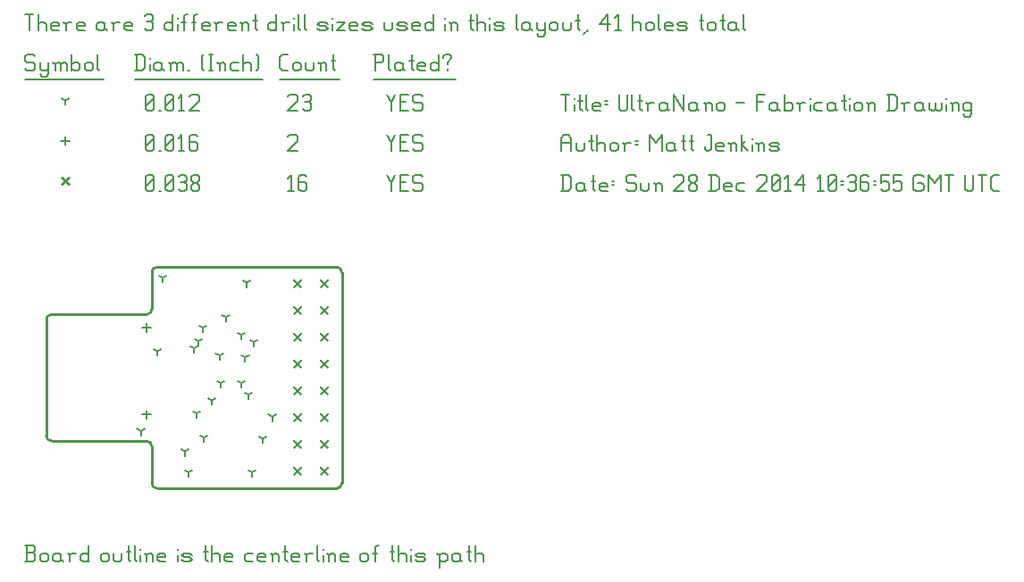
<source format=gbr>
G04 start of page 11 for group -3984 idx -3984 *
G04 Title: UltraNano, fab *
G04 Creator: pcb 1.99z *
G04 CreationDate: Sun 28 Dec 2014 10:36:55 GMT UTC *
G04 For: matt *
G04 Format: Gerber/RS-274X *
G04 PCB-Dimensions (mil): 1377.95 1062.99 *
G04 PCB-Coordinate-Origin: lower left *
%MOIN*%
%FSLAX25Y25*%
%LNFAB*%
%ADD65C,0.0100*%
%ADD64C,0.0075*%
%ADD63C,0.0060*%
%ADD62C,0.0001*%
G54D62*G36*
X100375Y95939D02*X103340Y92973D01*
X102775Y92408D01*
X99809Y95373D01*
X100375Y95939D01*
G37*
G36*
X99809Y92973D02*X102775Y95939D01*
X103340Y95373D01*
X100375Y92408D01*
X99809Y92973D01*
G37*
G36*
X110375Y95939D02*X113340Y92973D01*
X112775Y92408D01*
X109809Y95373D01*
X110375Y95939D01*
G37*
G36*
X109809Y92973D02*X112775Y95939D01*
X113340Y95373D01*
X110375Y92408D01*
X109809Y92973D01*
G37*
G36*
X100375Y85939D02*X103340Y82973D01*
X102775Y82408D01*
X99809Y85373D01*
X100375Y85939D01*
G37*
G36*
X99809Y82973D02*X102775Y85939D01*
X103340Y85373D01*
X100375Y82408D01*
X99809Y82973D01*
G37*
G36*
X110375Y85939D02*X113340Y82973D01*
X112775Y82408D01*
X109809Y85373D01*
X110375Y85939D01*
G37*
G36*
X109809Y82973D02*X112775Y85939D01*
X113340Y85373D01*
X110375Y82408D01*
X109809Y82973D01*
G37*
G36*
X100375Y75939D02*X103340Y72973D01*
X102775Y72408D01*
X99809Y75373D01*
X100375Y75939D01*
G37*
G36*
X99809Y72973D02*X102775Y75939D01*
X103340Y75373D01*
X100375Y72408D01*
X99809Y72973D01*
G37*
G36*
X110375Y75939D02*X113340Y72973D01*
X112775Y72408D01*
X109809Y75373D01*
X110375Y75939D01*
G37*
G36*
X109809Y72973D02*X112775Y75939D01*
X113340Y75373D01*
X110375Y72408D01*
X109809Y72973D01*
G37*
G36*
X100375Y65939D02*X103340Y62973D01*
X102775Y62408D01*
X99809Y65373D01*
X100375Y65939D01*
G37*
G36*
X99809Y62973D02*X102775Y65939D01*
X103340Y65373D01*
X100375Y62408D01*
X99809Y62973D01*
G37*
G36*
X110375Y65939D02*X113340Y62973D01*
X112775Y62408D01*
X109809Y65373D01*
X110375Y65939D01*
G37*
G36*
X109809Y62973D02*X112775Y65939D01*
X113340Y65373D01*
X110375Y62408D01*
X109809Y62973D01*
G37*
G36*
X100375Y55939D02*X103340Y52973D01*
X102775Y52408D01*
X99809Y55373D01*
X100375Y55939D01*
G37*
G36*
X99809Y52973D02*X102775Y55939D01*
X103340Y55373D01*
X100375Y52408D01*
X99809Y52973D01*
G37*
G36*
X110375Y55939D02*X113340Y52973D01*
X112775Y52408D01*
X109809Y55373D01*
X110375Y55939D01*
G37*
G36*
X109809Y52973D02*X112775Y55939D01*
X113340Y55373D01*
X110375Y52408D01*
X109809Y52973D01*
G37*
G36*
X100375Y45939D02*X103340Y42973D01*
X102775Y42408D01*
X99809Y45373D01*
X100375Y45939D01*
G37*
G36*
X99809Y42973D02*X102775Y45939D01*
X103340Y45373D01*
X100375Y42408D01*
X99809Y42973D01*
G37*
G36*
X110375Y45939D02*X113340Y42973D01*
X112775Y42408D01*
X109809Y45373D01*
X110375Y45939D01*
G37*
G36*
X109809Y42973D02*X112775Y45939D01*
X113340Y45373D01*
X110375Y42408D01*
X109809Y42973D01*
G37*
G36*
X100375Y35939D02*X103340Y32973D01*
X102775Y32408D01*
X99809Y35373D01*
X100375Y35939D01*
G37*
G36*
X99809Y32973D02*X102775Y35939D01*
X103340Y35373D01*
X100375Y32408D01*
X99809Y32973D01*
G37*
G36*
X110375Y35939D02*X113340Y32973D01*
X112775Y32408D01*
X109809Y35373D01*
X110375Y35939D01*
G37*
G36*
X109809Y32973D02*X112775Y35939D01*
X113340Y35373D01*
X110375Y32408D01*
X109809Y32973D01*
G37*
G36*
X100375Y25939D02*X103340Y22973D01*
X102775Y22408D01*
X99809Y25373D01*
X100375Y25939D01*
G37*
G36*
X99809Y22973D02*X102775Y25939D01*
X103340Y25373D01*
X100375Y22408D01*
X99809Y22973D01*
G37*
G36*
X110375Y25939D02*X113340Y22973D01*
X112775Y22408D01*
X109809Y25373D01*
X110375Y25939D01*
G37*
G36*
X109809Y22973D02*X112775Y25939D01*
X113340Y25373D01*
X110375Y22408D01*
X109809Y22973D01*
G37*
G36*
X13800Y134315D02*X16766Y131349D01*
X16200Y130784D01*
X13234Y133749D01*
X13800Y134315D01*
G37*
G36*
X13234Y131349D02*X16200Y134315D01*
X16766Y133749D01*
X13800Y130784D01*
X13234Y131349D01*
G37*
G54D63*X135000Y134799D02*X136500Y131799D01*
X138000Y134799D01*
X136500Y131799D02*Y128799D01*
X139800Y132099D02*X142050D01*
X139800Y128799D02*X142800D01*
X139800Y134799D02*Y128799D01*
Y134799D02*X142800D01*
X147600D02*X148350Y134049D01*
X145350Y134799D02*X147600D01*
X144600Y134049D02*X145350Y134799D01*
X144600Y134049D02*Y132549D01*
X145350Y131799D01*
X147600D01*
X148350Y131049D01*
Y129549D01*
X147600Y128799D02*X148350Y129549D01*
X145350Y128799D02*X147600D01*
X144600Y129549D02*X145350Y128799D01*
X98000Y133599D02*X99200Y134799D01*
Y128799D01*
X98000D02*X100250D01*
X104300Y134799D02*X105050Y134049D01*
X102800Y134799D02*X104300D01*
X102050Y134049D02*X102800Y134799D01*
X102050Y134049D02*Y129549D01*
X102800Y128799D01*
X104300Y132099D02*X105050Y131349D01*
X102050Y132099D02*X104300D01*
X102800Y128799D02*X104300D01*
X105050Y129549D01*
Y131349D02*Y129549D01*
X45000D02*X45750Y128799D01*
X45000Y134049D02*Y129549D01*
Y134049D02*X45750Y134799D01*
X47250D01*
X48000Y134049D01*
Y129549D01*
X47250Y128799D02*X48000Y129549D01*
X45750Y128799D02*X47250D01*
X45000Y130299D02*X48000Y133299D01*
X49800Y128799D02*X50550D01*
X52350Y129549D02*X53100Y128799D01*
X52350Y134049D02*Y129549D01*
Y134049D02*X53100Y134799D01*
X54600D01*
X55350Y134049D01*
Y129549D01*
X54600Y128799D02*X55350Y129549D01*
X53100Y128799D02*X54600D01*
X52350Y130299D02*X55350Y133299D01*
X57150Y134049D02*X57900Y134799D01*
X59400D01*
X60150Y134049D01*
X59400Y128799D02*X60150Y129549D01*
X57900Y128799D02*X59400D01*
X57150Y129549D02*X57900Y128799D01*
Y132099D02*X59400D01*
X60150Y134049D02*Y132849D01*
Y131349D02*Y129549D01*
Y131349D02*X59400Y132099D01*
X60150Y132849D02*X59400Y132099D01*
X61950Y129549D02*X62700Y128799D01*
X61950Y130749D02*Y129549D01*
Y130749D02*X63000Y131799D01*
X63900D01*
X64950Y130749D01*
Y129549D01*
X64200Y128799D02*X64950Y129549D01*
X62700Y128799D02*X64200D01*
X61950Y132849D02*X63000Y131799D01*
X61950Y134049D02*Y132849D01*
Y134049D02*X62700Y134799D01*
X64200D01*
X64950Y134049D01*
Y132849D01*
X63900Y131799D02*X64950Y132849D01*
X45275Y46876D02*Y43676D01*
X43675Y45276D02*X46875D01*
X45276Y79356D02*Y76156D01*
X43676Y77756D02*X46876D01*
X15000Y149149D02*Y145949D01*
X13400Y147549D02*X16600D01*
X135000Y149799D02*X136500Y146799D01*
X138000Y149799D01*
X136500Y146799D02*Y143799D01*
X139800Y147099D02*X142050D01*
X139800Y143799D02*X142800D01*
X139800Y149799D02*Y143799D01*
Y149799D02*X142800D01*
X147600D02*X148350Y149049D01*
X145350Y149799D02*X147600D01*
X144600Y149049D02*X145350Y149799D01*
X144600Y149049D02*Y147549D01*
X145350Y146799D01*
X147600D01*
X148350Y146049D01*
Y144549D01*
X147600Y143799D02*X148350Y144549D01*
X145350Y143799D02*X147600D01*
X144600Y144549D02*X145350Y143799D01*
X98000Y149049D02*X98750Y149799D01*
X101000D01*
X101750Y149049D01*
Y147549D01*
X98000Y143799D02*X101750Y147549D01*
X98000Y143799D02*X101750D01*
X45000Y144549D02*X45750Y143799D01*
X45000Y149049D02*Y144549D01*
Y149049D02*X45750Y149799D01*
X47250D01*
X48000Y149049D01*
Y144549D01*
X47250Y143799D02*X48000Y144549D01*
X45750Y143799D02*X47250D01*
X45000Y145299D02*X48000Y148299D01*
X49800Y143799D02*X50550D01*
X52350Y144549D02*X53100Y143799D01*
X52350Y149049D02*Y144549D01*
Y149049D02*X53100Y149799D01*
X54600D01*
X55350Y149049D01*
Y144549D01*
X54600Y143799D02*X55350Y144549D01*
X53100Y143799D02*X54600D01*
X52350Y145299D02*X55350Y148299D01*
X57150Y148599D02*X58350Y149799D01*
Y143799D01*
X57150D02*X59400D01*
X63450Y149799D02*X64200Y149049D01*
X61950Y149799D02*X63450D01*
X61200Y149049D02*X61950Y149799D01*
X61200Y149049D02*Y144549D01*
X61950Y143799D01*
X63450Y147099D02*X64200Y146349D01*
X61200Y147099D02*X63450D01*
X61950Y143799D02*X63450D01*
X64200Y144549D01*
Y146349D02*Y144549D01*
X66339Y77756D02*Y76156D01*
Y77756D02*X67725Y78556D01*
X66339Y77756D02*X64952Y78556D01*
X74803Y81693D02*Y80093D01*
Y81693D02*X76190Y82493D01*
X74803Y81693D02*X73416Y82493D01*
X63976Y45669D02*Y44069D01*
Y45669D02*X65363Y46469D01*
X63976Y45669D02*X62590Y46469D01*
X69685Y50591D02*Y48991D01*
Y50591D02*X71072Y51391D01*
X69685Y50591D02*X68298Y51391D01*
X62992Y70079D02*Y68479D01*
Y70079D02*X64379Y70879D01*
X62992Y70079D02*X61605Y70879D01*
X64567Y72638D02*Y71038D01*
Y72638D02*X65954Y73438D01*
X64567Y72638D02*X63180Y73438D01*
X59646Y31496D02*Y29896D01*
Y31496D02*X61032Y32296D01*
X59646Y31496D02*X58259Y32296D01*
X82087Y66732D02*Y65132D01*
Y66732D02*X83473Y67532D01*
X82087Y66732D02*X80700Y67532D01*
X85236Y72441D02*Y70841D01*
Y72441D02*X86623Y73241D01*
X85236Y72441D02*X83850Y73241D01*
X61024Y23622D02*Y22022D01*
Y23622D02*X62410Y24422D01*
X61024Y23622D02*X59637Y24422D01*
X84646Y23622D02*Y22022D01*
Y23622D02*X86032Y24422D01*
X84646Y23622D02*X83259Y24422D01*
X92126Y44488D02*Y42888D01*
Y44488D02*X93513Y45288D01*
X92126Y44488D02*X90739Y45288D01*
X80709Y57087D02*Y55487D01*
Y57087D02*X82095Y57887D01*
X80709Y57087D02*X79322Y57887D01*
X49213Y68898D02*Y67298D01*
Y68898D02*X50599Y69698D01*
X49213Y68898D02*X47826Y69698D01*
X51181Y96457D02*Y94857D01*
Y96457D02*X52568Y97257D01*
X51181Y96457D02*X49794Y97257D01*
X82677Y94488D02*Y92888D01*
Y94488D02*X84064Y95288D01*
X82677Y94488D02*X81290Y95288D01*
X88583Y36220D02*Y34620D01*
Y36220D02*X89969Y37020D01*
X88583Y36220D02*X87196Y37020D01*
X66535Y36614D02*Y35014D01*
Y36614D02*X67922Y37414D01*
X66535Y36614D02*X65149Y37414D01*
X43110Y39173D02*Y37573D01*
Y39173D02*X44497Y39973D01*
X43110Y39173D02*X41724Y39973D01*
X72835Y57087D02*Y55487D01*
Y57087D02*X74221Y57887D01*
X72835Y57087D02*X71448Y57887D01*
X80512Y75000D02*Y73400D01*
Y75000D02*X81898Y75800D01*
X80512Y75000D02*X79125Y75800D01*
X83268Y52756D02*Y51156D01*
Y52756D02*X84654Y53556D01*
X83268Y52756D02*X81881Y53556D01*
X72441Y67323D02*Y65723D01*
Y67323D02*X73828Y68123D01*
X72441Y67323D02*X71054Y68123D01*
X15000Y162549D02*Y160949D01*
Y162549D02*X16387Y163349D01*
X15000Y162549D02*X13613Y163349D01*
X135000Y164799D02*X136500Y161799D01*
X138000Y164799D01*
X136500Y161799D02*Y158799D01*
X139800Y162099D02*X142050D01*
X139800Y158799D02*X142800D01*
X139800Y164799D02*Y158799D01*
Y164799D02*X142800D01*
X147600D02*X148350Y164049D01*
X145350Y164799D02*X147600D01*
X144600Y164049D02*X145350Y164799D01*
X144600Y164049D02*Y162549D01*
X145350Y161799D01*
X147600D01*
X148350Y161049D01*
Y159549D01*
X147600Y158799D02*X148350Y159549D01*
X145350Y158799D02*X147600D01*
X144600Y159549D02*X145350Y158799D01*
X98000Y164049D02*X98750Y164799D01*
X101000D01*
X101750Y164049D01*
Y162549D01*
X98000Y158799D02*X101750Y162549D01*
X98000Y158799D02*X101750D01*
X103550Y164049D02*X104300Y164799D01*
X105800D01*
X106550Y164049D01*
X105800Y158799D02*X106550Y159549D01*
X104300Y158799D02*X105800D01*
X103550Y159549D02*X104300Y158799D01*
Y162099D02*X105800D01*
X106550Y164049D02*Y162849D01*
Y161349D02*Y159549D01*
Y161349D02*X105800Y162099D01*
X106550Y162849D02*X105800Y162099D01*
X45000Y159549D02*X45750Y158799D01*
X45000Y164049D02*Y159549D01*
Y164049D02*X45750Y164799D01*
X47250D01*
X48000Y164049D01*
Y159549D01*
X47250Y158799D02*X48000Y159549D01*
X45750Y158799D02*X47250D01*
X45000Y160299D02*X48000Y163299D01*
X49800Y158799D02*X50550D01*
X52350Y159549D02*X53100Y158799D01*
X52350Y164049D02*Y159549D01*
Y164049D02*X53100Y164799D01*
X54600D01*
X55350Y164049D01*
Y159549D01*
X54600Y158799D02*X55350Y159549D01*
X53100Y158799D02*X54600D01*
X52350Y160299D02*X55350Y163299D01*
X57150Y163599D02*X58350Y164799D01*
Y158799D01*
X57150D02*X59400D01*
X61200Y164049D02*X61950Y164799D01*
X64200D01*
X64950Y164049D01*
Y162549D01*
X61200Y158799D02*X64950Y162549D01*
X61200Y158799D02*X64950D01*
X3000Y179799D02*X3750Y179049D01*
X750Y179799D02*X3000D01*
X0Y179049D02*X750Y179799D01*
X0Y179049D02*Y177549D01*
X750Y176799D01*
X3000D01*
X3750Y176049D01*
Y174549D01*
X3000Y173799D02*X3750Y174549D01*
X750Y173799D02*X3000D01*
X0Y174549D02*X750Y173799D01*
X5550Y176799D02*Y174549D01*
X6300Y173799D01*
X8550Y176799D02*Y172299D01*
X7800Y171549D02*X8550Y172299D01*
X6300Y171549D02*X7800D01*
X5550Y172299D02*X6300Y171549D01*
Y173799D02*X7800D01*
X8550Y174549D01*
X11100Y176049D02*Y173799D01*
Y176049D02*X11850Y176799D01*
X12600D01*
X13350Y176049D01*
Y173799D01*
Y176049D02*X14100Y176799D01*
X14850D01*
X15600Y176049D01*
Y173799D01*
X10350Y176799D02*X11100Y176049D01*
X17400Y179799D02*Y173799D01*
Y174549D02*X18150Y173799D01*
X19650D01*
X20400Y174549D01*
Y176049D02*Y174549D01*
X19650Y176799D02*X20400Y176049D01*
X18150Y176799D02*X19650D01*
X17400Y176049D02*X18150Y176799D01*
X22200Y176049D02*Y174549D01*
Y176049D02*X22950Y176799D01*
X24450D01*
X25200Y176049D01*
Y174549D01*
X24450Y173799D02*X25200Y174549D01*
X22950Y173799D02*X24450D01*
X22200Y174549D02*X22950Y173799D01*
X27000Y179799D02*Y174549D01*
X27750Y173799D01*
X0Y170549D02*X29250D01*
X41750Y179799D02*Y173799D01*
X43700Y179799D02*X44750Y178749D01*
Y174849D01*
X43700Y173799D02*X44750Y174849D01*
X41000Y173799D02*X43700D01*
X41000Y179799D02*X43700D01*
G54D64*X46550Y178299D02*Y178149D01*
G54D63*Y176049D02*Y173799D01*
X50300Y176799D02*X51050Y176049D01*
X48800Y176799D02*X50300D01*
X48050Y176049D02*X48800Y176799D01*
X48050Y176049D02*Y174549D01*
X48800Y173799D01*
X51050Y176799D02*Y174549D01*
X51800Y173799D01*
X48800D02*X50300D01*
X51050Y174549D01*
X54350Y176049D02*Y173799D01*
Y176049D02*X55100Y176799D01*
X55850D01*
X56600Y176049D01*
Y173799D01*
Y176049D02*X57350Y176799D01*
X58100D01*
X58850Y176049D01*
Y173799D01*
X53600Y176799D02*X54350Y176049D01*
X60650Y173799D02*X61400D01*
X65900Y174549D02*X66650Y173799D01*
X65900Y179049D02*X66650Y179799D01*
X65900Y179049D02*Y174549D01*
X68450Y179799D02*X69950D01*
X69200D02*Y173799D01*
X68450D02*X69950D01*
X72500Y176049D02*Y173799D01*
Y176049D02*X73250Y176799D01*
X74000D01*
X74750Y176049D01*
Y173799D01*
X71750Y176799D02*X72500Y176049D01*
X77300Y176799D02*X79550D01*
X76550Y176049D02*X77300Y176799D01*
X76550Y176049D02*Y174549D01*
X77300Y173799D01*
X79550D01*
X81350Y179799D02*Y173799D01*
Y176049D02*X82100Y176799D01*
X83600D01*
X84350Y176049D01*
Y173799D01*
X86150Y179799D02*X86900Y179049D01*
Y174549D01*
X86150Y173799D02*X86900Y174549D01*
X41000Y170549D02*X88700D01*
X96050Y173799D02*X98000D01*
X95000Y174849D02*X96050Y173799D01*
X95000Y178749D02*Y174849D01*
Y178749D02*X96050Y179799D01*
X98000D01*
X99800Y176049D02*Y174549D01*
Y176049D02*X100550Y176799D01*
X102050D01*
X102800Y176049D01*
Y174549D01*
X102050Y173799D02*X102800Y174549D01*
X100550Y173799D02*X102050D01*
X99800Y174549D02*X100550Y173799D01*
X104600Y176799D02*Y174549D01*
X105350Y173799D01*
X106850D01*
X107600Y174549D01*
Y176799D02*Y174549D01*
X110150Y176049D02*Y173799D01*
Y176049D02*X110900Y176799D01*
X111650D01*
X112400Y176049D01*
Y173799D01*
X109400Y176799D02*X110150Y176049D01*
X114950Y179799D02*Y174549D01*
X115700Y173799D01*
X114200Y177549D02*X115700D01*
X95000Y170549D02*X117200D01*
X130750Y179799D02*Y173799D01*
X130000Y179799D02*X133000D01*
X133750Y179049D01*
Y177549D01*
X133000Y176799D02*X133750Y177549D01*
X130750Y176799D02*X133000D01*
X135550Y179799D02*Y174549D01*
X136300Y173799D01*
X140050Y176799D02*X140800Y176049D01*
X138550Y176799D02*X140050D01*
X137800Y176049D02*X138550Y176799D01*
X137800Y176049D02*Y174549D01*
X138550Y173799D01*
X140800Y176799D02*Y174549D01*
X141550Y173799D01*
X138550D02*X140050D01*
X140800Y174549D01*
X144100Y179799D02*Y174549D01*
X144850Y173799D01*
X143350Y177549D02*X144850D01*
X147100Y173799D02*X149350D01*
X146350Y174549D02*X147100Y173799D01*
X146350Y176049D02*Y174549D01*
Y176049D02*X147100Y176799D01*
X148600D01*
X149350Y176049D01*
X146350Y175299D02*X149350D01*
Y176049D02*Y175299D01*
X154150Y179799D02*Y173799D01*
X153400D02*X154150Y174549D01*
X151900Y173799D02*X153400D01*
X151150Y174549D02*X151900Y173799D01*
X151150Y176049D02*Y174549D01*
Y176049D02*X151900Y176799D01*
X153400D01*
X154150Y176049D01*
X157450Y176799D02*Y176049D01*
Y174549D02*Y173799D01*
X155950Y179049D02*Y178299D01*
Y179049D02*X156700Y179799D01*
X158200D01*
X158950Y179049D01*
Y178299D01*
X157450Y176799D02*X158950Y178299D01*
X130000Y170549D02*X160750D01*
X0Y194799D02*X3000D01*
X1500D02*Y188799D01*
X4800Y194799D02*Y188799D01*
Y191049D02*X5550Y191799D01*
X7050D01*
X7800Y191049D01*
Y188799D01*
X10350D02*X12600D01*
X9600Y189549D02*X10350Y188799D01*
X9600Y191049D02*Y189549D01*
Y191049D02*X10350Y191799D01*
X11850D01*
X12600Y191049D01*
X9600Y190299D02*X12600D01*
Y191049D02*Y190299D01*
X15150Y191049D02*Y188799D01*
Y191049D02*X15900Y191799D01*
X17400D01*
X14400D02*X15150Y191049D01*
X19950Y188799D02*X22200D01*
X19200Y189549D02*X19950Y188799D01*
X19200Y191049D02*Y189549D01*
Y191049D02*X19950Y191799D01*
X21450D01*
X22200Y191049D01*
X19200Y190299D02*X22200D01*
Y191049D02*Y190299D01*
X28950Y191799D02*X29700Y191049D01*
X27450Y191799D02*X28950D01*
X26700Y191049D02*X27450Y191799D01*
X26700Y191049D02*Y189549D01*
X27450Y188799D01*
X29700Y191799D02*Y189549D01*
X30450Y188799D01*
X27450D02*X28950D01*
X29700Y189549D01*
X33000Y191049D02*Y188799D01*
Y191049D02*X33750Y191799D01*
X35250D01*
X32250D02*X33000Y191049D01*
X37800Y188799D02*X40050D01*
X37050Y189549D02*X37800Y188799D01*
X37050Y191049D02*Y189549D01*
Y191049D02*X37800Y191799D01*
X39300D01*
X40050Y191049D01*
X37050Y190299D02*X40050D01*
Y191049D02*Y190299D01*
X44550Y194049D02*X45300Y194799D01*
X46800D01*
X47550Y194049D01*
X46800Y188799D02*X47550Y189549D01*
X45300Y188799D02*X46800D01*
X44550Y189549D02*X45300Y188799D01*
Y192099D02*X46800D01*
X47550Y194049D02*Y192849D01*
Y191349D02*Y189549D01*
Y191349D02*X46800Y192099D01*
X47550Y192849D02*X46800Y192099D01*
X55050Y194799D02*Y188799D01*
X54300D02*X55050Y189549D01*
X52800Y188799D02*X54300D01*
X52050Y189549D02*X52800Y188799D01*
X52050Y191049D02*Y189549D01*
Y191049D02*X52800Y191799D01*
X54300D01*
X55050Y191049D01*
G54D64*X56850Y193299D02*Y193149D01*
G54D63*Y191049D02*Y188799D01*
X59100Y194049D02*Y188799D01*
Y194049D02*X59850Y194799D01*
X60600D01*
X58350Y191799D02*X59850D01*
X62850Y194049D02*Y188799D01*
Y194049D02*X63600Y194799D01*
X64350D01*
X62100Y191799D02*X63600D01*
X66600Y188799D02*X68850D01*
X65850Y189549D02*X66600Y188799D01*
X65850Y191049D02*Y189549D01*
Y191049D02*X66600Y191799D01*
X68100D01*
X68850Y191049D01*
X65850Y190299D02*X68850D01*
Y191049D02*Y190299D01*
X71400Y191049D02*Y188799D01*
Y191049D02*X72150Y191799D01*
X73650D01*
X70650D02*X71400Y191049D01*
X76200Y188799D02*X78450D01*
X75450Y189549D02*X76200Y188799D01*
X75450Y191049D02*Y189549D01*
Y191049D02*X76200Y191799D01*
X77700D01*
X78450Y191049D01*
X75450Y190299D02*X78450D01*
Y191049D02*Y190299D01*
X81000Y191049D02*Y188799D01*
Y191049D02*X81750Y191799D01*
X82500D01*
X83250Y191049D01*
Y188799D01*
X80250Y191799D02*X81000Y191049D01*
X85800Y194799D02*Y189549D01*
X86550Y188799D01*
X85050Y192549D02*X86550D01*
X93750Y194799D02*Y188799D01*
X93000D02*X93750Y189549D01*
X91500Y188799D02*X93000D01*
X90750Y189549D02*X91500Y188799D01*
X90750Y191049D02*Y189549D01*
Y191049D02*X91500Y191799D01*
X93000D01*
X93750Y191049D01*
X96300D02*Y188799D01*
Y191049D02*X97050Y191799D01*
X98550D01*
X95550D02*X96300Y191049D01*
G54D64*X100350Y193299D02*Y193149D01*
G54D63*Y191049D02*Y188799D01*
X101850Y194799D02*Y189549D01*
X102600Y188799D01*
X104100Y194799D02*Y189549D01*
X104850Y188799D01*
X109800D02*X112050D01*
X112800Y189549D01*
X112050Y190299D02*X112800Y189549D01*
X109800Y190299D02*X112050D01*
X109050Y191049D02*X109800Y190299D01*
X109050Y191049D02*X109800Y191799D01*
X112050D01*
X112800Y191049D01*
X109050Y189549D02*X109800Y188799D01*
G54D64*X114600Y193299D02*Y193149D01*
G54D63*Y191049D02*Y188799D01*
X116100Y191799D02*X119100D01*
X116100Y188799D02*X119100Y191799D01*
X116100Y188799D02*X119100D01*
X121650D02*X123900D01*
X120900Y189549D02*X121650Y188799D01*
X120900Y191049D02*Y189549D01*
Y191049D02*X121650Y191799D01*
X123150D01*
X123900Y191049D01*
X120900Y190299D02*X123900D01*
Y191049D02*Y190299D01*
X126450Y188799D02*X128700D01*
X129450Y189549D01*
X128700Y190299D02*X129450Y189549D01*
X126450Y190299D02*X128700D01*
X125700Y191049D02*X126450Y190299D01*
X125700Y191049D02*X126450Y191799D01*
X128700D01*
X129450Y191049D01*
X125700Y189549D02*X126450Y188799D01*
X133950Y191799D02*Y189549D01*
X134700Y188799D01*
X136200D01*
X136950Y189549D01*
Y191799D02*Y189549D01*
X139500Y188799D02*X141750D01*
X142500Y189549D01*
X141750Y190299D02*X142500Y189549D01*
X139500Y190299D02*X141750D01*
X138750Y191049D02*X139500Y190299D01*
X138750Y191049D02*X139500Y191799D01*
X141750D01*
X142500Y191049D01*
X138750Y189549D02*X139500Y188799D01*
X145050D02*X147300D01*
X144300Y189549D02*X145050Y188799D01*
X144300Y191049D02*Y189549D01*
Y191049D02*X145050Y191799D01*
X146550D01*
X147300Y191049D01*
X144300Y190299D02*X147300D01*
Y191049D02*Y190299D01*
X152100Y194799D02*Y188799D01*
X151350D02*X152100Y189549D01*
X149850Y188799D02*X151350D01*
X149100Y189549D02*X149850Y188799D01*
X149100Y191049D02*Y189549D01*
Y191049D02*X149850Y191799D01*
X151350D01*
X152100Y191049D01*
G54D64*X156600Y193299D02*Y193149D01*
G54D63*Y191049D02*Y188799D01*
X158850Y191049D02*Y188799D01*
Y191049D02*X159600Y191799D01*
X160350D01*
X161100Y191049D01*
Y188799D01*
X158100Y191799D02*X158850Y191049D01*
X166350Y194799D02*Y189549D01*
X167100Y188799D01*
X165600Y192549D02*X167100D01*
X168600Y194799D02*Y188799D01*
Y191049D02*X169350Y191799D01*
X170850D01*
X171600Y191049D01*
Y188799D01*
G54D64*X173400Y193299D02*Y193149D01*
G54D63*Y191049D02*Y188799D01*
X175650D02*X177900D01*
X178650Y189549D01*
X177900Y190299D02*X178650Y189549D01*
X175650Y190299D02*X177900D01*
X174900Y191049D02*X175650Y190299D01*
X174900Y191049D02*X175650Y191799D01*
X177900D01*
X178650Y191049D01*
X174900Y189549D02*X175650Y188799D01*
X183150Y194799D02*Y189549D01*
X183900Y188799D01*
X187650Y191799D02*X188400Y191049D01*
X186150Y191799D02*X187650D01*
X185400Y191049D02*X186150Y191799D01*
X185400Y191049D02*Y189549D01*
X186150Y188799D01*
X188400Y191799D02*Y189549D01*
X189150Y188799D01*
X186150D02*X187650D01*
X188400Y189549D01*
X190950Y191799D02*Y189549D01*
X191700Y188799D01*
X193950Y191799D02*Y187299D01*
X193200Y186549D02*X193950Y187299D01*
X191700Y186549D02*X193200D01*
X190950Y187299D02*X191700Y186549D01*
Y188799D02*X193200D01*
X193950Y189549D01*
X195750Y191049D02*Y189549D01*
Y191049D02*X196500Y191799D01*
X198000D01*
X198750Y191049D01*
Y189549D01*
X198000Y188799D02*X198750Y189549D01*
X196500Y188799D02*X198000D01*
X195750Y189549D02*X196500Y188799D01*
X200550Y191799D02*Y189549D01*
X201300Y188799D01*
X202800D01*
X203550Y189549D01*
Y191799D02*Y189549D01*
X206100Y194799D02*Y189549D01*
X206850Y188799D01*
X205350Y192549D02*X206850D01*
X208350Y187299D02*X209850Y188799D01*
X214350Y191049D02*X217350Y194799D01*
X214350Y191049D02*X218100D01*
X217350Y194799D02*Y188799D01*
X219900Y193599D02*X221100Y194799D01*
Y188799D01*
X219900D02*X222150D01*
X226650Y194799D02*Y188799D01*
Y191049D02*X227400Y191799D01*
X228900D01*
X229650Y191049D01*
Y188799D01*
X231450Y191049D02*Y189549D01*
Y191049D02*X232200Y191799D01*
X233700D01*
X234450Y191049D01*
Y189549D01*
X233700Y188799D02*X234450Y189549D01*
X232200Y188799D02*X233700D01*
X231450Y189549D02*X232200Y188799D01*
X236250Y194799D02*Y189549D01*
X237000Y188799D01*
X239250D02*X241500D01*
X238500Y189549D02*X239250Y188799D01*
X238500Y191049D02*Y189549D01*
Y191049D02*X239250Y191799D01*
X240750D01*
X241500Y191049D01*
X238500Y190299D02*X241500D01*
Y191049D02*Y190299D01*
X244050Y188799D02*X246300D01*
X247050Y189549D01*
X246300Y190299D02*X247050Y189549D01*
X244050Y190299D02*X246300D01*
X243300Y191049D02*X244050Y190299D01*
X243300Y191049D02*X244050Y191799D01*
X246300D01*
X247050Y191049D01*
X243300Y189549D02*X244050Y188799D01*
X252300Y194799D02*Y189549D01*
X253050Y188799D01*
X251550Y192549D02*X253050D01*
X254550Y191049D02*Y189549D01*
Y191049D02*X255300Y191799D01*
X256800D01*
X257550Y191049D01*
Y189549D01*
X256800Y188799D02*X257550Y189549D01*
X255300Y188799D02*X256800D01*
X254550Y189549D02*X255300Y188799D01*
X260100Y194799D02*Y189549D01*
X260850Y188799D01*
X259350Y192549D02*X260850D01*
X264600Y191799D02*X265350Y191049D01*
X263100Y191799D02*X264600D01*
X262350Y191049D02*X263100Y191799D01*
X262350Y191049D02*Y189549D01*
X263100Y188799D01*
X265350Y191799D02*Y189549D01*
X266100Y188799D01*
X263100D02*X264600D01*
X265350Y189549D01*
X267900Y194799D02*Y189549D01*
X268650Y188799D01*
G54D65*X9843Y82677D02*X45276D01*
X49213Y100394D02*X116142D01*
X49213Y17717D02*X116142D01*
X7874Y80709D02*Y37402D01*
X9843Y35433D02*X45276D01*
X47244Y33465D02*Y19685D01*
Y98425D02*Y84646D01*
X118110Y98425D02*Y19685D01*
X45276Y82677D02*G75*G03X47244Y84646I0J1969D01*G01*
X45276Y35433D02*G75*G02X47244Y33465I0J-1969D01*G01*
X9843Y35433D02*G75*G02X7874Y37402I0J1969D01*G01*
X9843Y82677D02*G75*G03X7874Y80709I0J-1969D01*G01*
X47244Y98425D02*G75*G02X49213Y100394I1969J0D01*G01*
X47244Y19685D02*G75*G03X49213Y17717I1969J0D01*G01*
X116142Y100394D02*G75*G02X118110Y98425I0J-1969D01*G01*
X116142Y17717D02*G75*G03X118110Y19685I0J1969D01*G01*
G54D63*X0Y-9500D02*X3000D01*
X3750Y-8750D01*
Y-6950D02*Y-8750D01*
X3000Y-6200D02*X3750Y-6950D01*
X750Y-6200D02*X3000D01*
X750Y-3500D02*Y-9500D01*
X0Y-3500D02*X3000D01*
X3750Y-4250D01*
Y-5450D01*
X3000Y-6200D02*X3750Y-5450D01*
X5550Y-7250D02*Y-8750D01*
Y-7250D02*X6300Y-6500D01*
X7800D01*
X8550Y-7250D01*
Y-8750D01*
X7800Y-9500D02*X8550Y-8750D01*
X6300Y-9500D02*X7800D01*
X5550Y-8750D02*X6300Y-9500D01*
X12600Y-6500D02*X13350Y-7250D01*
X11100Y-6500D02*X12600D01*
X10350Y-7250D02*X11100Y-6500D01*
X10350Y-7250D02*Y-8750D01*
X11100Y-9500D01*
X13350Y-6500D02*Y-8750D01*
X14100Y-9500D01*
X11100D02*X12600D01*
X13350Y-8750D01*
X16650Y-7250D02*Y-9500D01*
Y-7250D02*X17400Y-6500D01*
X18900D01*
X15900D02*X16650Y-7250D01*
X23700Y-3500D02*Y-9500D01*
X22950D02*X23700Y-8750D01*
X21450Y-9500D02*X22950D01*
X20700Y-8750D02*X21450Y-9500D01*
X20700Y-7250D02*Y-8750D01*
Y-7250D02*X21450Y-6500D01*
X22950D01*
X23700Y-7250D01*
X28200D02*Y-8750D01*
Y-7250D02*X28950Y-6500D01*
X30450D01*
X31200Y-7250D01*
Y-8750D01*
X30450Y-9500D02*X31200Y-8750D01*
X28950Y-9500D02*X30450D01*
X28200Y-8750D02*X28950Y-9500D01*
X33000Y-6500D02*Y-8750D01*
X33750Y-9500D01*
X35250D01*
X36000Y-8750D01*
Y-6500D02*Y-8750D01*
X38550Y-3500D02*Y-8750D01*
X39300Y-9500D01*
X37800Y-5750D02*X39300D01*
X40800Y-3500D02*Y-8750D01*
X41550Y-9500D01*
G54D64*X43050Y-5000D02*Y-5150D01*
G54D63*Y-7250D02*Y-9500D01*
X45300Y-7250D02*Y-9500D01*
Y-7250D02*X46050Y-6500D01*
X46800D01*
X47550Y-7250D01*
Y-9500D01*
X44550Y-6500D02*X45300Y-7250D01*
X50100Y-9500D02*X52350D01*
X49350Y-8750D02*X50100Y-9500D01*
X49350Y-7250D02*Y-8750D01*
Y-7250D02*X50100Y-6500D01*
X51600D01*
X52350Y-7250D01*
X49350Y-8000D02*X52350D01*
Y-7250D02*Y-8000D01*
G54D64*X56850Y-5000D02*Y-5150D01*
G54D63*Y-7250D02*Y-9500D01*
X59100D02*X61350D01*
X62100Y-8750D01*
X61350Y-8000D02*X62100Y-8750D01*
X59100Y-8000D02*X61350D01*
X58350Y-7250D02*X59100Y-8000D01*
X58350Y-7250D02*X59100Y-6500D01*
X61350D01*
X62100Y-7250D01*
X58350Y-8750D02*X59100Y-9500D01*
X67350Y-3500D02*Y-8750D01*
X68100Y-9500D01*
X66600Y-5750D02*X68100D01*
X69600Y-3500D02*Y-9500D01*
Y-7250D02*X70350Y-6500D01*
X71850D01*
X72600Y-7250D01*
Y-9500D01*
X75150D02*X77400D01*
X74400Y-8750D02*X75150Y-9500D01*
X74400Y-7250D02*Y-8750D01*
Y-7250D02*X75150Y-6500D01*
X76650D01*
X77400Y-7250D01*
X74400Y-8000D02*X77400D01*
Y-7250D02*Y-8000D01*
X82650Y-6500D02*X84900D01*
X81900Y-7250D02*X82650Y-6500D01*
X81900Y-7250D02*Y-8750D01*
X82650Y-9500D01*
X84900D01*
X87450D02*X89700D01*
X86700Y-8750D02*X87450Y-9500D01*
X86700Y-7250D02*Y-8750D01*
Y-7250D02*X87450Y-6500D01*
X88950D01*
X89700Y-7250D01*
X86700Y-8000D02*X89700D01*
Y-7250D02*Y-8000D01*
X92250Y-7250D02*Y-9500D01*
Y-7250D02*X93000Y-6500D01*
X93750D01*
X94500Y-7250D01*
Y-9500D01*
X91500Y-6500D02*X92250Y-7250D01*
X97050Y-3500D02*Y-8750D01*
X97800Y-9500D01*
X96300Y-5750D02*X97800D01*
X100050Y-9500D02*X102300D01*
X99300Y-8750D02*X100050Y-9500D01*
X99300Y-7250D02*Y-8750D01*
Y-7250D02*X100050Y-6500D01*
X101550D01*
X102300Y-7250D01*
X99300Y-8000D02*X102300D01*
Y-7250D02*Y-8000D01*
X104850Y-7250D02*Y-9500D01*
Y-7250D02*X105600Y-6500D01*
X107100D01*
X104100D02*X104850Y-7250D01*
X108900Y-3500D02*Y-8750D01*
X109650Y-9500D01*
G54D64*X111150Y-5000D02*Y-5150D01*
G54D63*Y-7250D02*Y-9500D01*
X113400Y-7250D02*Y-9500D01*
Y-7250D02*X114150Y-6500D01*
X114900D01*
X115650Y-7250D01*
Y-9500D01*
X112650Y-6500D02*X113400Y-7250D01*
X118200Y-9500D02*X120450D01*
X117450Y-8750D02*X118200Y-9500D01*
X117450Y-7250D02*Y-8750D01*
Y-7250D02*X118200Y-6500D01*
X119700D01*
X120450Y-7250D01*
X117450Y-8000D02*X120450D01*
Y-7250D02*Y-8000D01*
X124950Y-7250D02*Y-8750D01*
Y-7250D02*X125700Y-6500D01*
X127200D01*
X127950Y-7250D01*
Y-8750D01*
X127200Y-9500D02*X127950Y-8750D01*
X125700Y-9500D02*X127200D01*
X124950Y-8750D02*X125700Y-9500D01*
X130500Y-4250D02*Y-9500D01*
Y-4250D02*X131250Y-3500D01*
X132000D01*
X129750Y-6500D02*X131250D01*
X136950Y-3500D02*Y-8750D01*
X137700Y-9500D01*
X136200Y-5750D02*X137700D01*
X139200Y-3500D02*Y-9500D01*
Y-7250D02*X139950Y-6500D01*
X141450D01*
X142200Y-7250D01*
Y-9500D01*
G54D64*X144000Y-5000D02*Y-5150D01*
G54D63*Y-7250D02*Y-9500D01*
X146250D02*X148500D01*
X149250Y-8750D01*
X148500Y-8000D02*X149250Y-8750D01*
X146250Y-8000D02*X148500D01*
X145500Y-7250D02*X146250Y-8000D01*
X145500Y-7250D02*X146250Y-6500D01*
X148500D01*
X149250Y-7250D01*
X145500Y-8750D02*X146250Y-9500D01*
X154500Y-7250D02*Y-11750D01*
X153750Y-6500D02*X154500Y-7250D01*
X155250Y-6500D01*
X156750D01*
X157500Y-7250D01*
Y-8750D01*
X156750Y-9500D02*X157500Y-8750D01*
X155250Y-9500D02*X156750D01*
X154500Y-8750D02*X155250Y-9500D01*
X161550Y-6500D02*X162300Y-7250D01*
X160050Y-6500D02*X161550D01*
X159300Y-7250D02*X160050Y-6500D01*
X159300Y-7250D02*Y-8750D01*
X160050Y-9500D01*
X162300Y-6500D02*Y-8750D01*
X163050Y-9500D01*
X160050D02*X161550D01*
X162300Y-8750D01*
X165600Y-3500D02*Y-8750D01*
X166350Y-9500D01*
X164850Y-5750D02*X166350D01*
X167850Y-3500D02*Y-9500D01*
Y-7250D02*X168600Y-6500D01*
X170100D01*
X170850Y-7250D01*
Y-9500D01*
X200750Y134799D02*Y128799D01*
X202700Y134799D02*X203750Y133749D01*
Y129849D01*
X202700Y128799D02*X203750Y129849D01*
X200000Y128799D02*X202700D01*
X200000Y134799D02*X202700D01*
X207800Y131799D02*X208550Y131049D01*
X206300Y131799D02*X207800D01*
X205550Y131049D02*X206300Y131799D01*
X205550Y131049D02*Y129549D01*
X206300Y128799D01*
X208550Y131799D02*Y129549D01*
X209300Y128799D01*
X206300D02*X207800D01*
X208550Y129549D01*
X211850Y134799D02*Y129549D01*
X212600Y128799D01*
X211100Y132549D02*X212600D01*
X214850Y128799D02*X217100D01*
X214100Y129549D02*X214850Y128799D01*
X214100Y131049D02*Y129549D01*
Y131049D02*X214850Y131799D01*
X216350D01*
X217100Y131049D01*
X214100Y130299D02*X217100D01*
Y131049D02*Y130299D01*
X218900Y132549D02*X219650D01*
X218900Y131049D02*X219650D01*
X227150Y134799D02*X227900Y134049D01*
X224900Y134799D02*X227150D01*
X224150Y134049D02*X224900Y134799D01*
X224150Y134049D02*Y132549D01*
X224900Y131799D01*
X227150D01*
X227900Y131049D01*
Y129549D01*
X227150Y128799D02*X227900Y129549D01*
X224900Y128799D02*X227150D01*
X224150Y129549D02*X224900Y128799D01*
X229700Y131799D02*Y129549D01*
X230450Y128799D01*
X231950D01*
X232700Y129549D01*
Y131799D02*Y129549D01*
X235250Y131049D02*Y128799D01*
Y131049D02*X236000Y131799D01*
X236750D01*
X237500Y131049D01*
Y128799D01*
X234500Y131799D02*X235250Y131049D01*
X242000Y134049D02*X242750Y134799D01*
X245000D01*
X245750Y134049D01*
Y132549D01*
X242000Y128799D02*X245750Y132549D01*
X242000Y128799D02*X245750D01*
X247550Y129549D02*X248300Y128799D01*
X247550Y130749D02*Y129549D01*
Y130749D02*X248600Y131799D01*
X249500D01*
X250550Y130749D01*
Y129549D01*
X249800Y128799D02*X250550Y129549D01*
X248300Y128799D02*X249800D01*
X247550Y132849D02*X248600Y131799D01*
X247550Y134049D02*Y132849D01*
Y134049D02*X248300Y134799D01*
X249800D01*
X250550Y134049D01*
Y132849D01*
X249500Y131799D02*X250550Y132849D01*
X255800Y134799D02*Y128799D01*
X257750Y134799D02*X258800Y133749D01*
Y129849D01*
X257750Y128799D02*X258800Y129849D01*
X255050Y128799D02*X257750D01*
X255050Y134799D02*X257750D01*
X261350Y128799D02*X263600D01*
X260600Y129549D02*X261350Y128799D01*
X260600Y131049D02*Y129549D01*
Y131049D02*X261350Y131799D01*
X262850D01*
X263600Y131049D01*
X260600Y130299D02*X263600D01*
Y131049D02*Y130299D01*
X266150Y131799D02*X268400D01*
X265400Y131049D02*X266150Y131799D01*
X265400Y131049D02*Y129549D01*
X266150Y128799D01*
X268400D01*
X272900Y134049D02*X273650Y134799D01*
X275900D01*
X276650Y134049D01*
Y132549D01*
X272900Y128799D02*X276650Y132549D01*
X272900Y128799D02*X276650D01*
X278450Y129549D02*X279200Y128799D01*
X278450Y134049D02*Y129549D01*
Y134049D02*X279200Y134799D01*
X280700D01*
X281450Y134049D01*
Y129549D01*
X280700Y128799D02*X281450Y129549D01*
X279200Y128799D02*X280700D01*
X278450Y130299D02*X281450Y133299D01*
X283250Y133599D02*X284450Y134799D01*
Y128799D01*
X283250D02*X285500D01*
X287300Y131049D02*X290300Y134799D01*
X287300Y131049D02*X291050D01*
X290300Y134799D02*Y128799D01*
X295550Y133599D02*X296750Y134799D01*
Y128799D01*
X295550D02*X297800D01*
X299600Y129549D02*X300350Y128799D01*
X299600Y134049D02*Y129549D01*
Y134049D02*X300350Y134799D01*
X301850D01*
X302600Y134049D01*
Y129549D01*
X301850Y128799D02*X302600Y129549D01*
X300350Y128799D02*X301850D01*
X299600Y130299D02*X302600Y133299D01*
X304400Y132549D02*X305150D01*
X304400Y131049D02*X305150D01*
X306950Y134049D02*X307700Y134799D01*
X309200D01*
X309950Y134049D01*
X309200Y128799D02*X309950Y129549D01*
X307700Y128799D02*X309200D01*
X306950Y129549D02*X307700Y128799D01*
Y132099D02*X309200D01*
X309950Y134049D02*Y132849D01*
Y131349D02*Y129549D01*
Y131349D02*X309200Y132099D01*
X309950Y132849D02*X309200Y132099D01*
X314000Y134799D02*X314750Y134049D01*
X312500Y134799D02*X314000D01*
X311750Y134049D02*X312500Y134799D01*
X311750Y134049D02*Y129549D01*
X312500Y128799D01*
X314000Y132099D02*X314750Y131349D01*
X311750Y132099D02*X314000D01*
X312500Y128799D02*X314000D01*
X314750Y129549D01*
Y131349D02*Y129549D01*
X316550Y132549D02*X317300D01*
X316550Y131049D02*X317300D01*
X319100Y134799D02*X322100D01*
X319100D02*Y131799D01*
X319850Y132549D01*
X321350D01*
X322100Y131799D01*
Y129549D01*
X321350Y128799D02*X322100Y129549D01*
X319850Y128799D02*X321350D01*
X319100Y129549D02*X319850Y128799D01*
X323900Y134799D02*X326900D01*
X323900D02*Y131799D01*
X324650Y132549D01*
X326150D01*
X326900Y131799D01*
Y129549D01*
X326150Y128799D02*X326900Y129549D01*
X324650Y128799D02*X326150D01*
X323900Y129549D02*X324650Y128799D01*
X334400Y134799D02*X335150Y134049D01*
X332150Y134799D02*X334400D01*
X331400Y134049D02*X332150Y134799D01*
X331400Y134049D02*Y129549D01*
X332150Y128799D01*
X334400D01*
X335150Y129549D01*
Y131049D02*Y129549D01*
X334400Y131799D02*X335150Y131049D01*
X332900Y131799D02*X334400D01*
X336950Y134799D02*Y128799D01*
Y134799D02*X339200Y131799D01*
X341450Y134799D01*
Y128799D01*
X343250Y134799D02*X346250D01*
X344750D02*Y128799D01*
X350750Y134799D02*Y129549D01*
X351500Y128799D01*
X353000D01*
X353750Y129549D01*
Y134799D02*Y129549D01*
X355550Y134799D02*X358550D01*
X357050D02*Y128799D01*
X361400D02*X363350D01*
X360350Y129849D02*X361400Y128799D01*
X360350Y133749D02*Y129849D01*
Y133749D02*X361400Y134799D01*
X363350D01*
X200000Y148299D02*Y143799D01*
Y148299D02*X201050Y149799D01*
X202700D01*
X203750Y148299D01*
Y143799D01*
X200000Y146799D02*X203750D01*
X205550D02*Y144549D01*
X206300Y143799D01*
X207800D01*
X208550Y144549D01*
Y146799D02*Y144549D01*
X211100Y149799D02*Y144549D01*
X211850Y143799D01*
X210350Y147549D02*X211850D01*
X213350Y149799D02*Y143799D01*
Y146049D02*X214100Y146799D01*
X215600D01*
X216350Y146049D01*
Y143799D01*
X218150Y146049D02*Y144549D01*
Y146049D02*X218900Y146799D01*
X220400D01*
X221150Y146049D01*
Y144549D01*
X220400Y143799D02*X221150Y144549D01*
X218900Y143799D02*X220400D01*
X218150Y144549D02*X218900Y143799D01*
X223700Y146049D02*Y143799D01*
Y146049D02*X224450Y146799D01*
X225950D01*
X222950D02*X223700Y146049D01*
X227750Y147549D02*X228500D01*
X227750Y146049D02*X228500D01*
X233000Y149799D02*Y143799D01*
Y149799D02*X235250Y146799D01*
X237500Y149799D01*
Y143799D01*
X241550Y146799D02*X242300Y146049D01*
X240050Y146799D02*X241550D01*
X239300Y146049D02*X240050Y146799D01*
X239300Y146049D02*Y144549D01*
X240050Y143799D01*
X242300Y146799D02*Y144549D01*
X243050Y143799D01*
X240050D02*X241550D01*
X242300Y144549D01*
X245600Y149799D02*Y144549D01*
X246350Y143799D01*
X244850Y147549D02*X246350D01*
X248600Y149799D02*Y144549D01*
X249350Y143799D01*
X247850Y147549D02*X249350D01*
X254600Y149799D02*X255800D01*
Y144549D01*
X255050Y143799D02*X255800Y144549D01*
X254300Y143799D02*X255050D01*
X253550Y144549D02*X254300Y143799D01*
X253550Y145299D02*Y144549D01*
X258350Y143799D02*X260600D01*
X257600Y144549D02*X258350Y143799D01*
X257600Y146049D02*Y144549D01*
Y146049D02*X258350Y146799D01*
X259850D01*
X260600Y146049D01*
X257600Y145299D02*X260600D01*
Y146049D02*Y145299D01*
X263150Y146049D02*Y143799D01*
Y146049D02*X263900Y146799D01*
X264650D01*
X265400Y146049D01*
Y143799D01*
X262400Y146799D02*X263150Y146049D01*
X267200Y149799D02*Y143799D01*
Y146049D02*X269450Y143799D01*
X267200Y146049D02*X268700Y147549D01*
G54D64*X271250Y148299D02*Y148149D01*
G54D63*Y146049D02*Y143799D01*
X273500Y146049D02*Y143799D01*
Y146049D02*X274250Y146799D01*
X275000D01*
X275750Y146049D01*
Y143799D01*
X272750Y146799D02*X273500Y146049D01*
X278300Y143799D02*X280550D01*
X281300Y144549D01*
X280550Y145299D02*X281300Y144549D01*
X278300Y145299D02*X280550D01*
X277550Y146049D02*X278300Y145299D01*
X277550Y146049D02*X278300Y146799D01*
X280550D01*
X281300Y146049D01*
X277550Y144549D02*X278300Y143799D01*
X200000Y164799D02*X203000D01*
X201500D02*Y158799D01*
G54D64*X204800Y163299D02*Y163149D01*
G54D63*Y161049D02*Y158799D01*
X207050Y164799D02*Y159549D01*
X207800Y158799D01*
X206300Y162549D02*X207800D01*
X209300Y164799D02*Y159549D01*
X210050Y158799D01*
X212300D02*X214550D01*
X211550Y159549D02*X212300Y158799D01*
X211550Y161049D02*Y159549D01*
Y161049D02*X212300Y161799D01*
X213800D01*
X214550Y161049D01*
X211550Y160299D02*X214550D01*
Y161049D02*Y160299D01*
X216350Y162549D02*X217100D01*
X216350Y161049D02*X217100D01*
X221600Y164799D02*Y159549D01*
X222350Y158799D01*
X223850D01*
X224600Y159549D01*
Y164799D02*Y159549D01*
X226400Y164799D02*Y159549D01*
X227150Y158799D01*
X229400Y164799D02*Y159549D01*
X230150Y158799D01*
X228650Y162549D02*X230150D01*
X232400Y161049D02*Y158799D01*
Y161049D02*X233150Y161799D01*
X234650D01*
X231650D02*X232400Y161049D01*
X238700Y161799D02*X239450Y161049D01*
X237200Y161799D02*X238700D01*
X236450Y161049D02*X237200Y161799D01*
X236450Y161049D02*Y159549D01*
X237200Y158799D01*
X239450Y161799D02*Y159549D01*
X240200Y158799D01*
X237200D02*X238700D01*
X239450Y159549D01*
X242000Y164799D02*Y158799D01*
Y164799D02*X245750Y158799D01*
Y164799D02*Y158799D01*
X249800Y161799D02*X250550Y161049D01*
X248300Y161799D02*X249800D01*
X247550Y161049D02*X248300Y161799D01*
X247550Y161049D02*Y159549D01*
X248300Y158799D01*
X250550Y161799D02*Y159549D01*
X251300Y158799D01*
X248300D02*X249800D01*
X250550Y159549D01*
X253850Y161049D02*Y158799D01*
Y161049D02*X254600Y161799D01*
X255350D01*
X256100Y161049D01*
Y158799D01*
X253100Y161799D02*X253850Y161049D01*
X257900D02*Y159549D01*
Y161049D02*X258650Y161799D01*
X260150D01*
X260900Y161049D01*
Y159549D01*
X260150Y158799D02*X260900Y159549D01*
X258650Y158799D02*X260150D01*
X257900Y159549D02*X258650Y158799D01*
X265400Y161799D02*X268400D01*
X272900Y164799D02*Y158799D01*
Y164799D02*X275900D01*
X272900Y162099D02*X275150D01*
X279950Y161799D02*X280700Y161049D01*
X278450Y161799D02*X279950D01*
X277700Y161049D02*X278450Y161799D01*
X277700Y161049D02*Y159549D01*
X278450Y158799D01*
X280700Y161799D02*Y159549D01*
X281450Y158799D01*
X278450D02*X279950D01*
X280700Y159549D01*
X283250Y164799D02*Y158799D01*
Y159549D02*X284000Y158799D01*
X285500D01*
X286250Y159549D01*
Y161049D02*Y159549D01*
X285500Y161799D02*X286250Y161049D01*
X284000Y161799D02*X285500D01*
X283250Y161049D02*X284000Y161799D01*
X288800Y161049D02*Y158799D01*
Y161049D02*X289550Y161799D01*
X291050D01*
X288050D02*X288800Y161049D01*
G54D64*X292850Y163299D02*Y163149D01*
G54D63*Y161049D02*Y158799D01*
X295100Y161799D02*X297350D01*
X294350Y161049D02*X295100Y161799D01*
X294350Y161049D02*Y159549D01*
X295100Y158799D01*
X297350D01*
X301400Y161799D02*X302150Y161049D01*
X299900Y161799D02*X301400D01*
X299150Y161049D02*X299900Y161799D01*
X299150Y161049D02*Y159549D01*
X299900Y158799D01*
X302150Y161799D02*Y159549D01*
X302900Y158799D01*
X299900D02*X301400D01*
X302150Y159549D01*
X305450Y164799D02*Y159549D01*
X306200Y158799D01*
X304700Y162549D02*X306200D01*
G54D64*X307700Y163299D02*Y163149D01*
G54D63*Y161049D02*Y158799D01*
X309200Y161049D02*Y159549D01*
Y161049D02*X309950Y161799D01*
X311450D01*
X312200Y161049D01*
Y159549D01*
X311450Y158799D02*X312200Y159549D01*
X309950Y158799D02*X311450D01*
X309200Y159549D02*X309950Y158799D01*
X314750Y161049D02*Y158799D01*
Y161049D02*X315500Y161799D01*
X316250D01*
X317000Y161049D01*
Y158799D01*
X314000Y161799D02*X314750Y161049D01*
X322250Y164799D02*Y158799D01*
X324200Y164799D02*X325250Y163749D01*
Y159849D01*
X324200Y158799D02*X325250Y159849D01*
X321500Y158799D02*X324200D01*
X321500Y164799D02*X324200D01*
X327800Y161049D02*Y158799D01*
Y161049D02*X328550Y161799D01*
X330050D01*
X327050D02*X327800Y161049D01*
X334100Y161799D02*X334850Y161049D01*
X332600Y161799D02*X334100D01*
X331850Y161049D02*X332600Y161799D01*
X331850Y161049D02*Y159549D01*
X332600Y158799D01*
X334850Y161799D02*Y159549D01*
X335600Y158799D01*
X332600D02*X334100D01*
X334850Y159549D01*
X337400Y161799D02*Y159549D01*
X338150Y158799D01*
X338900D01*
X339650Y159549D01*
Y161799D02*Y159549D01*
X340400Y158799D01*
X341150D01*
X341900Y159549D01*
Y161799D02*Y159549D01*
G54D64*X343700Y163299D02*Y163149D01*
G54D63*Y161049D02*Y158799D01*
X345950Y161049D02*Y158799D01*
Y161049D02*X346700Y161799D01*
X347450D01*
X348200Y161049D01*
Y158799D01*
X345200Y161799D02*X345950Y161049D01*
X352250Y161799D02*X353000Y161049D01*
X350750Y161799D02*X352250D01*
X350000Y161049D02*X350750Y161799D01*
X350000Y161049D02*Y159549D01*
X350750Y158799D01*
X352250D01*
X353000Y159549D01*
X350000Y157299D02*X350750Y156549D01*
X352250D01*
X353000Y157299D01*
Y161799D02*Y157299D01*
M02*

</source>
